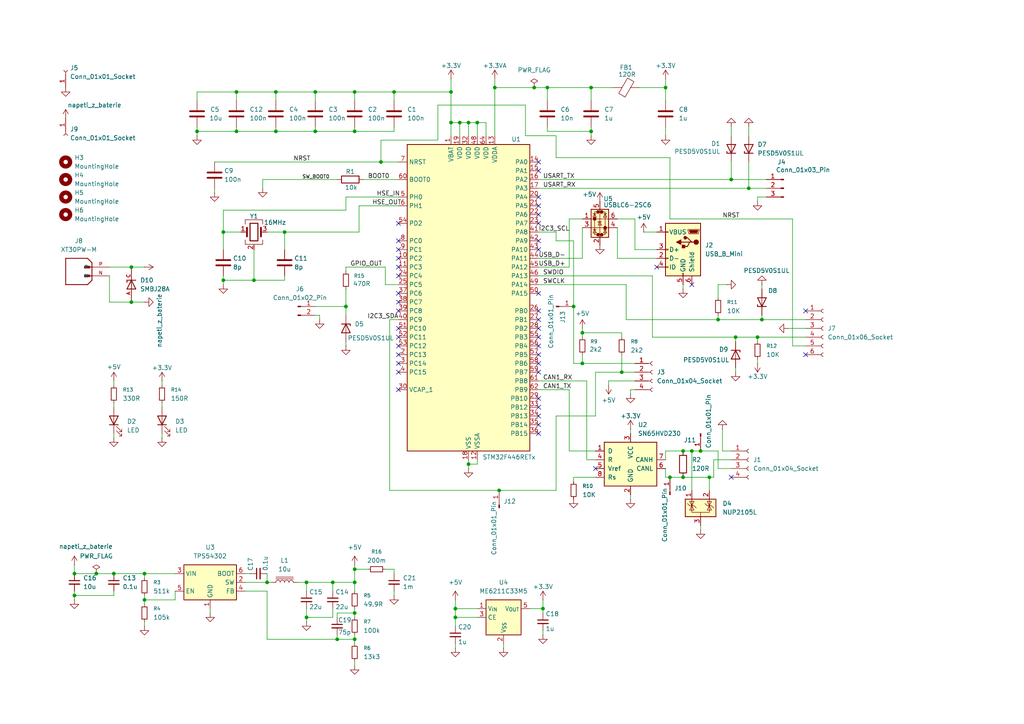
<source format=kicad_sch>
(kicad_sch (version 20250114) (generator "eeschema") (generator_version "9.0")
  (paper "A4")
  (junction (at 219.71 97.79))
  (junction (at 38.1 77.47))
  (junction (at 171.45 25.4))
  (junction (at 198.12 130.81))
  (junction (at 21.59 172.72))
  (junction (at 21.59 166.37))
  (junction (at 68.58 26.67))
  (junction (at 158.75 25.4))
  (junction (at 91.44 26.67))
  (junction (at 88.9 168.91))
  (junction (at 132.08 179.07))
  (junction (at 220.98 92.71))
  (junction (at 154.94 25.4))
  (junction (at 38.1 87.63))
  (junction (at 64.77 81.28))
  (junction (at 203.2 130.81))
  (junction (at 82.55 67.31))
  (junction (at 143.51 25.4))
  (junction (at 73.66 81.28))
  (junction (at 130.81 35.56))
  (junction (at 217.17 54.61))
  (junction (at 194.31 138.43))
  (junction (at 168.91 96.52))
  (junction (at 133.35 35.56))
  (junction (at 102.87 185.42))
  (junction (at 180.34 107.95))
  (junction (at 110.49 46.99))
  (junction (at 96.52 168.91))
  (junction (at 212.09 52.07))
  (junction (at 97.79 185.42))
  (junction (at 144.78 142.24))
  (junction (at 77.47 168.91))
  (junction (at 88.9 179.07))
  (junction (at 157.48 176.53))
  (junction (at 208.28 92.71))
  (junction (at 102.87 38.1))
  (junction (at 198.12 138.43))
  (junction (at 102.87 168.91))
  (junction (at 80.01 26.67))
  (junction (at 114.3 26.67))
  (junction (at 205.74 138.43))
  (junction (at 80.01 38.1))
  (junction (at 193.04 25.4))
  (junction (at 41.91 173.99))
  (junction (at 130.81 26.67))
  (junction (at 102.87 177.8))
  (junction (at 200.66 130.81))
  (junction (at 27.94 166.37))
  (junction (at 135.89 134.62))
  (junction (at 57.15 38.1))
  (junction (at 166.37 88.9))
  (junction (at 135.89 35.56))
  (junction (at 138.43 35.56))
  (junction (at 68.58 38.1))
  (junction (at 102.87 26.67))
  (junction (at 168.91 105.41))
  (junction (at 91.44 38.1))
  (junction (at 102.87 165.1))
  (junction (at 100.33 88.9))
  (junction (at 33.02 166.37))
  (junction (at 213.36 97.79))
  (junction (at 64.77 67.31))
  (junction (at 41.91 166.37))
  (junction (at 132.08 176.53))
  (junction (at 171.45 38.1))
  (no_connect (at 156.21 120.65))
  (no_connect (at 156.21 97.79))
  (no_connect (at 156.21 105.41))
  (no_connect (at 115.57 87.63))
  (no_connect (at 233.68 102.87))
  (no_connect (at 156.21 64.77))
  (no_connect (at 156.21 125.73))
  (no_connect (at 115.57 80.01))
  (no_connect (at 233.68 90.17))
  (no_connect (at 115.57 77.47))
  (no_connect (at 200.66 82.55))
  (no_connect (at 156.21 59.69))
  (no_connect (at 156.21 90.17))
  (no_connect (at 156.21 49.53))
  (no_connect (at 156.21 95.25))
  (no_connect (at 115.57 105.41))
  (no_connect (at 156.21 85.09))
  (no_connect (at 156.21 92.71))
  (no_connect (at 156.21 115.57))
  (no_connect (at 156.21 123.19))
  (no_connect (at 156.21 72.39))
  (no_connect (at 212.09 138.43))
  (no_connect (at 156.21 102.87))
  (no_connect (at 115.57 64.77))
  (no_connect (at 115.57 95.25))
  (no_connect (at 156.21 100.33))
  (no_connect (at 172.72 135.89))
  (no_connect (at 156.21 57.15))
  (no_connect (at 156.21 118.11))
  (no_connect (at 190.5 77.47))
  (no_connect (at 115.57 85.09))
  (no_connect (at 156.21 62.23))
  (no_connect (at 115.57 100.33))
  (no_connect (at 156.21 107.95))
  (no_connect (at 115.57 69.85))
  (no_connect (at 115.57 107.95))
  (no_connect (at 156.21 46.99))
  (no_connect (at 115.57 90.17))
  (no_connect (at 115.57 97.79))
  (no_connect (at 115.57 102.87))
  (no_connect (at 115.57 72.39))
  (no_connect (at 156.21 69.85))
  (no_connect (at 115.57 113.03))
  (no_connect (at 115.57 74.93))
  (wire (pts (xy 68.58 36.83) (xy 68.58 38.1)))
  (wire (pts (xy 165.1 130.81) (xy 172.72 130.81)))
  (wire (pts (xy 110.49 40.64) (xy 110.49 46.99)))
  (wire (pts (xy 64.77 81.28) (xy 73.66 81.28)))
  (wire (pts (xy 82.55 81.28) (xy 82.55 80.01)))
  (wire (pts (xy 209.55 130.81) (xy 212.09 130.81)))
  (wire (pts (xy 111.76 165.1) (xy 114.3 165.1)))
  (wire (pts (xy 102.87 165.1) (xy 102.87 168.91)))
  (wire (pts (xy 182.88 113.03) (xy 184.15 113.03)))
  (wire (pts (xy 168.91 102.87) (xy 168.91 105.41)))
  (wire (pts (xy 217.17 46.99) (xy 217.17 54.61)))
  (wire (pts (xy 41.91 173.99) (xy 50.8 173.99)))
  (wire (pts (xy 170.18 133.35) (xy 172.72 133.35)))
  (wire (pts (xy 193.04 36.83) (xy 193.04 39.37)))
  (wire (pts (xy 102.87 165.1) (xy 106.68 165.1)))
  (wire (pts (xy 198.12 82.55) (xy 198.12 83.82)))
  (wire (pts (xy 161.29 39.37) (xy 152.4 39.37)))
  (wire (pts (xy 205.74 138.43) (xy 198.12 138.43)))
  (wire (pts (xy 182.88 143.51) (xy 182.88 144.78)))
  (wire (pts (xy 208.28 92.71) (xy 220.98 92.71)))
  (wire (pts (xy 180.34 107.95) (xy 184.15 107.95)))
  (wire (pts (xy 158.75 25.4) (xy 171.45 25.4)))
  (wire (pts (xy 133.35 35.56) (xy 133.35 39.37)))
  (wire (pts (xy 165.1 113.03) (xy 165.1 130.81)))
  (wire (pts (xy 33.02 116.84) (xy 33.02 118.11)))
  (wire (pts (xy 21.59 172.72) (xy 21.59 171.45)))
  (wire (pts (xy 100.33 60.96) (xy 100.33 57.15)))
  (wire (pts (xy 33.02 125.73) (xy 33.02 127)))
  (wire (pts (xy 165.1 77.47) (xy 156.21 77.47)))
  (wire (pts (xy 207.01 133.35) (xy 207.01 138.43)))
  (wire (pts (xy 208.28 86.36) (xy 208.28 82.55)))
  (wire (pts (xy 161.29 45.72) (xy 161.29 39.37)))
  (wire (pts (xy 166.37 69.85) (xy 166.37 88.9)))
  (wire (pts (xy 135.89 135.89) (xy 135.89 134.62)))
  (wire (pts (xy 189.23 80.01) (xy 189.23 97.79)))
  (wire (pts (xy 171.45 36.83) (xy 171.45 38.1)))
  (wire (pts (xy 212.09 36.83) (xy 212.09 39.37)))
  (wire (pts (xy 64.77 72.39) (xy 64.77 67.31)))
  (wire (pts (xy 97.79 177.8) (xy 102.87 177.8)))
  (wire (pts (xy 161.29 67.31) (xy 161.29 69.85)))
  (wire (pts (xy 100.33 88.9) (xy 100.33 91.44)))
  (wire (pts (xy 172.72 107.95) (xy 180.34 107.95)))
  (wire (pts (xy 88.9 168.91) (xy 96.52 168.91)))
  (wire (pts (xy 77.47 171.45) (xy 71.12 171.45)))
  (wire (pts (xy 220.98 91.44) (xy 220.98 92.71)))
  (wire (pts (xy 219.71 97.79) (xy 219.71 99.06)))
  (wire (pts (xy 38.1 87.63) (xy 41.91 87.63)))
  (wire (pts (xy 100.33 99.06) (xy 100.33 100.33)))
  (wire (pts (xy 80.01 36.83) (xy 80.01 38.1)))
  (wire (pts (xy 33.02 172.72) (xy 21.59 172.72)))
  (wire (pts (xy 100.33 77.47) (xy 111.76 77.47)))
  (wire (pts (xy 80.01 38.1) (xy 91.44 38.1)))
  (wire (pts (xy 111.76 82.55) (xy 115.57 82.55)))
  (wire (pts (xy 68.58 38.1) (xy 80.01 38.1)))
  (wire (pts (xy 97.79 185.42) (xy 77.47 185.42)))
  (wire (pts (xy 132.08 181.61) (xy 132.08 179.07)))
  (wire (pts (xy 97.79 184.15) (xy 97.79 185.42)))
  (wire (pts (xy 152.4 30.48) (xy 127 30.48)))
  (wire (pts (xy 209.55 130.81) (xy 209.55 124.46)))
  (wire (pts (xy 220.98 92.71) (xy 233.68 92.71)))
  (wire (pts (xy 68.58 26.67) (xy 68.58 29.21)))
  (wire (pts (xy 203.2 130.81) (xy 200.66 130.81)))
  (wire (pts (xy 161.29 69.85) (xy 166.37 69.85)))
  (wire (pts (xy 82.55 67.31) (xy 104.14 67.31)))
  (wire (pts (xy 76.2 52.07) (xy 76.2 54.61)))
  (wire (pts (xy 181.61 92.71) (xy 208.28 92.71)))
  (wire (pts (xy 57.15 29.21) (xy 57.15 26.67)))
  (wire (pts (xy 217.17 54.61) (xy 222.25 54.61)))
  (wire (pts (xy 205.74 138.43) (xy 205.74 142.24)))
  (wire (pts (xy 41.91 167.64) (xy 41.91 166.37)))
  (wire (pts (xy 168.91 74.93) (xy 156.21 74.93)))
  (wire (pts (xy 193.04 138.43) (xy 194.31 138.43)))
  (wire (pts (xy 156.21 52.07) (xy 212.09 52.07)))
  (wire (pts (xy 100.33 78.74) (xy 100.33 77.47)))
  (wire (pts (xy 69.85 67.31) (xy 64.77 67.31)))
  (wire (pts (xy 77.47 185.42) (xy 77.47 171.45)))
  (wire (pts (xy 102.87 191.77) (xy 102.87 193.04)))
  (wire (pts (xy 71.12 166.37) (xy 72.39 166.37)))
  (wire (pts (xy 156.21 80.01) (xy 189.23 80.01)))
  (wire (pts (xy 80.01 26.67) (xy 80.01 29.21)))
  (wire (pts (xy 102.87 176.53) (xy 102.87 177.8)))
  (wire (pts (xy 161.29 120.65) (xy 172.72 120.65)))
  (wire (pts (xy 46.99 110.49) (xy 46.99 111.76)))
  (wire (pts (xy 114.3 171.45) (xy 114.3 172.72)))
  (wire (pts (xy 50.8 173.99) (xy 50.8 171.45)))
  (wire (pts (xy 158.75 25.4) (xy 158.75 29.21)))
  (wire (pts (xy 193.04 135.89) (xy 193.04 138.43)))
  (wire (pts (xy 104.14 67.31) (xy 104.14 59.69)))
  (wire (pts (xy 138.43 134.62) (xy 135.89 134.62)))
  (wire (pts (xy 57.15 38.1) (xy 57.15 39.37)))
  (wire (pts (xy 127 40.64) (xy 110.49 40.64)))
  (wire (pts (xy 132.08 186.69) (xy 132.08 187.96)))
  (wire (pts (xy 208.28 130.81) (xy 203.2 130.81)))
  (wire (pts (xy 171.45 25.4) (xy 171.45 29.21)))
  (wire (pts (xy 105.41 52.07) (xy 115.57 52.07)))
  (wire (pts (xy 31.75 77.47) (xy 38.1 77.47)))
  (wire (pts (xy 166.37 88.9) (xy 166.37 105.41)))
  (wire (pts (xy 165.1 63.5) (xy 165.1 77.47)))
  (wire (pts (xy 68.58 26.67) (xy 80.01 26.67)))
  (wire (pts (xy 33.02 110.49) (xy 33.02 111.76)))
  (wire (pts (xy 88.9 179.07) (xy 88.9 176.53)))
  (wire (pts (xy 213.36 106.68) (xy 213.36 107.95)))
  (wire (pts (xy 143.51 22.86) (xy 143.51 25.4)))
  (wire (pts (xy 138.43 133.35) (xy 138.43 134.62)))
  (wire (pts (xy 219.71 57.15) (xy 222.25 57.15)))
  (wire (pts (xy 157.48 173.99) (xy 157.48 176.53)))
  (wire (pts (xy 194.31 63.5) (xy 194.31 45.72)))
  (wire (pts (xy 135.89 35.56) (xy 133.35 35.56)))
  (wire (pts (xy 180.34 97.79) (xy 180.34 96.52)))
  (wire (pts (xy 38.1 77.47) (xy 41.91 77.47)))
  (wire (pts (xy 102.87 168.91) (xy 102.87 171.45)))
  (wire (pts (xy 91.44 38.1) (xy 102.87 38.1)))
  (wire (pts (xy 76.2 52.07) (xy 97.79 52.07)))
  (wire (pts (xy 166.37 139.7) (xy 166.37 138.43)))
  (wire (pts (xy 157.48 182.88) (xy 157.48 184.15)))
  (wire (pts (xy 143.51 25.4) (xy 143.51 39.37)))
  (wire (pts (xy 171.45 25.4) (xy 177.8 25.4)))
  (wire (pts (xy 193.04 25.4) (xy 193.04 29.21)))
  (wire (pts (xy 104.14 59.69) (xy 115.57 59.69)))
  (wire (pts (xy 166.37 105.41) (xy 168.91 105.41)))
  (wire (pts (xy 132.08 176.53) (xy 138.43 176.53)))
  (wire (pts (xy 233.68 100.33) (xy 229.87 100.33)))
  (wire (pts (xy 135.89 133.35) (xy 135.89 134.62)))
  (wire (pts (xy 130.81 35.56) (xy 130.81 39.37)))
  (wire (pts (xy 92.71 92.71) (xy 92.71 91.44)))
  (wire (pts (xy 161.29 142.24) (xy 161.29 120.65)))
  (wire (pts (xy 168.91 95.25) (xy 168.91 96.52)))
  (wire (pts (xy 31.75 80.01) (xy 31.75 87.63)))
  (wire (pts (xy 102.87 26.67) (xy 102.87 29.21)))
  (wire (pts (xy 152.4 39.37) (xy 152.4 30.48)))
  (wire (pts (xy 172.72 120.65) (xy 172.72 107.95)))
  (wire (pts (xy 102.87 26.67) (xy 114.3 26.67)))
  (wire (pts (xy 207.01 138.43) (xy 205.74 138.43)))
  (wire (pts (xy 102.87 163.83) (xy 102.87 165.1)))
  (wire (pts (xy 138.43 35.56) (xy 135.89 35.56)))
  (wire (pts (xy 31.75 87.63) (xy 38.1 87.63)))
  (wire (pts (xy 179.07 63.5) (xy 184.15 63.5)))
  (wire (pts (xy 62.23 46.99) (xy 110.49 46.99)))
  (wire (pts (xy 217.17 36.83) (xy 217.17 39.37)))
  (wire (pts (xy 130.81 26.67) (xy 130.81 35.56)))
  (wire (pts (xy 88.9 168.91) (xy 88.9 171.45)))
  (wire (pts (xy 168.91 96.52) (xy 168.91 97.79)))
  (wire (pts (xy 170.18 110.49) (xy 170.18 133.35)))
  (wire (pts (xy 190.5 74.93) (xy 179.07 74.93)))
  (wire (pts (xy 33.02 171.45) (xy 33.02 172.72)))
  (wire (pts (xy 113.03 92.71) (xy 113.03 142.24)))
  (wire (pts (xy 57.15 38.1) (xy 68.58 38.1)))
  (wire (pts (xy 144.78 142.24) (xy 161.29 142.24)))
  (wire (pts (xy 102.87 177.8) (xy 102.87 179.07)))
  (wire (pts (xy 41.91 166.37) (xy 50.8 166.37)))
  (wire (pts (xy 143.51 25.4) (xy 154.94 25.4)))
  (wire (pts (xy 208.28 135.89) (xy 212.09 135.89)))
  (wire (pts (xy 21.59 166.37) (xy 27.94 166.37)))
  (wire (pts (xy 189.23 97.79) (xy 213.36 97.79)))
  (wire (pts (xy 208.28 91.44) (xy 208.28 92.71)))
  (wire (pts (xy 220.98 82.55) (xy 220.98 83.82)))
  (wire (pts (xy 92.71 91.44) (xy 91.44 91.44)))
  (wire (pts (xy 171.45 38.1) (xy 171.45 39.37)))
  (wire (pts (xy 193.04 22.86) (xy 193.04 25.4)))
  (wire (pts (xy 193.04 130.81) (xy 198.12 130.81)))
  (wire (pts (xy 102.87 38.1) (xy 114.3 38.1)))
  (wire (pts (xy 179.07 74.93) (xy 179.07 66.04)))
  (wire (pts (xy 46.99 116.84) (xy 46.99 118.11)))
  (wire (pts (xy 190.5 67.31) (xy 186.69 67.31)))
  (wire (pts (xy 60.96 177.8) (xy 60.96 176.53)))
  (wire (pts (xy 229.87 100.33) (xy 229.87 63.5)))
  (wire (pts (xy 182.88 124.46) (xy 182.88 125.73)))
  (wire (pts (xy 80.01 26.67) (xy 91.44 26.67)))
  (wire (pts (xy 132.08 179.07) (xy 138.43 179.07)))
  (wire (pts (xy 132.08 173.99) (xy 132.08 176.53)))
  (wire (pts (xy 180.34 102.87) (xy 180.34 107.95)))
  (wire (pts (xy 194.31 138.43) (xy 198.12 138.43)))
  (wire (pts (xy 200.66 130.81) (xy 198.12 130.81)))
  (wire (pts (xy 153.67 176.53) (xy 157.48 176.53)))
  (wire (pts (xy 165.1 113.03) (xy 156.21 113.03)))
  (wire (pts (xy 154.94 25.4) (xy 158.75 25.4)))
  (wire (pts (xy 200.66 130.81) (xy 200.66 142.24)))
  (wire (pts (xy 229.87 63.5) (xy 194.31 63.5)))
  (wire (pts (xy 100.33 57.15) (xy 115.57 57.15)))
  (wire (pts (xy 158.75 36.83) (xy 158.75 38.1)))
  (wire (pts (xy 97.79 179.07) (xy 97.79 177.8)))
  (wire (pts (xy 71.12 168.91) (xy 77.47 168.91)))
  (wire (pts (xy 181.61 82.55) (xy 181.61 92.71)))
  (wire (pts (xy 135.89 35.56) (xy 135.89 39.37)))
  (wire (pts (xy 228.6 95.25) (xy 233.68 95.25)))
  (wire (pts (xy 203.2 152.4) (xy 203.2 153.67)))
  (wire (pts (xy 194.31 45.72) (xy 161.29 45.72)))
  (wire (pts (xy 166.37 138.43) (xy 172.72 138.43)))
  (wire (pts (xy 219.71 104.14) (xy 219.71 105.41)))
  (wire (pts (xy 115.57 92.71) (xy 113.03 92.71)))
  (wire (pts (xy 168.91 63.5) (xy 165.1 63.5)))
  (wire (pts (xy 102.87 185.42) (xy 102.87 186.69)))
  (wire (pts (xy 86.36 168.91) (xy 88.9 168.91)))
  (wire (pts (xy 102.87 184.15) (xy 102.87 185.42)))
  (wire (pts (xy 64.77 81.28) (xy 64.77 82.55)))
  (wire (pts (xy 138.43 35.56) (xy 138.43 39.37)))
  (wire (pts (xy 184.15 63.5) (xy 184.15 72.39)))
  (wire (pts (xy 57.15 36.83) (xy 57.15 38.1)))
  (wire (pts (xy 27.94 166.37) (xy 33.02 166.37)))
  (wire (pts (xy 113.03 142.24) (xy 144.78 142.24)))
  (wire (pts (xy 133.35 35.56) (xy 130.81 35.56)))
  (wire (pts (xy 96.52 179.07) (xy 88.9 179.07)))
  (wire (pts (xy 212.09 52.07) (xy 222.25 52.07)))
  (wire (pts (xy 57.15 26.67) (xy 68.58 26.67)))
  (wire (pts (xy 21.59 172.72) (xy 21.59 173.99)))
  (wire (pts (xy 140.97 35.56) (xy 138.43 35.56)))
  (wire (pts (xy 156.21 82.55) (xy 181.61 82.55)))
  (wire (pts (xy 168.91 96.52) (xy 180.34 96.52)))
  (wire (pts (xy 140.97 39.37) (xy 140.97 35.56)))
  (wire (pts (xy 41.91 181.61) (xy 41.91 180.34)))
  (wire (pts (xy 96.52 176.53) (xy 96.52 179.07)))
  (wire (pts (xy 33.02 166.37) (xy 41.91 166.37)))
  (wire (pts (xy 168.91 105.41) (xy 184.15 105.41)))
  (wire (pts (xy 64.77 67.31) (xy 64.77 60.96)))
  (wire (pts (xy 208.28 82.55) (xy 210.82 82.55)))
  (wire (pts (xy 176.53 111.76) (xy 176.53 110.49)))
  (wire (pts (xy 111.76 77.47) (xy 111.76 82.55)))
  (wire (pts (xy 102.87 36.83) (xy 102.87 38.1)))
  (wire (pts (xy 185.42 25.4) (xy 193.04 25.4)))
  (wire (pts (xy 82.55 67.31) (xy 82.55 72.39)))
  (wire (pts (xy 91.44 88.9) (xy 100.33 88.9)))
  (wire (pts (xy 132.08 179.07) (xy 132.08 176.53)))
  (wire (pts (xy 130.81 22.86) (xy 130.81 26.67)))
  (wire (pts (xy 64.77 60.96) (xy 100.33 60.96)))
  (wire (pts (xy 21.59 163.83) (xy 21.59 166.37)))
  (wire (pts (xy 91.44 36.83) (xy 91.44 38.1)))
  (wire (pts (xy 46.99 125.73) (xy 46.99 127)))
  (wire (pts (xy 182.88 114.3) (xy 182.88 113.03)))
  (wire (pts (xy 88.9 180.34) (xy 88.9 179.07)))
  (wire (pts (xy 102.87 185.42) (xy 97.79 185.42)))
  (wire (pts (xy 91.44 26.67) (xy 102.87 26.67)))
  (wire (pts (xy 219.71 58.42) (xy 219.71 57.15)))
  (wire (pts (xy 77.47 168.91) (xy 78.74 168.91)))
  (wire (pts (xy 73.66 72.39) (xy 73.66 81.28)))
  (wire (pts (xy 41.91 173.99) (xy 41.91 175.26)))
  (wire (pts (xy 100.33 88.9) (xy 100.33 83.82)))
  (wire (pts (xy 156.21 110.49) (xy 170.18 110.49)))
  (wire (pts (xy 158.75 38.1) (xy 171.45 38.1)))
  (wire (pts (xy 157.48 176.53) (xy 157.48 177.8)))
  (wire (pts (xy 64.77 80.01) (xy 64.77 81.28)))
  (wire (pts (xy 77.47 67.31) (xy 82.55 67.31)))
  (wire (pts (xy 114.3 26.67) (xy 114.3 29.21)))
  (wire (pts (xy 184.15 72.39) (xy 190.5 72.39)))
  (wire (pts (xy 114.3 26.67) (xy 130.81 26.67)))
  (wire (pts (xy 213.36 97.79) (xy 219.71 97.79)))
  (wire (pts (xy 127 30.48) (xy 127 40.64)))
  (wire (pts (xy 219.71 97.79) (xy 233.68 97.79)))
  (wire (pts (xy 96.52 168.91) (xy 102.87 168.91)))
  (wire (pts (xy 77.47 166.37) (xy 77.47 168.91)))
  (wire (pts (xy 146.05 186.69) (xy 146.05 187.96)))
  (wire (pts (xy 193.04 133.35) (xy 193.04 130.81)))
  (wire (pts (xy 168.91 66.04) (xy 168.91 74.93)))
  (wire (pts (xy 212.09 46.99) (xy 212.09 52.07)))
  (wire (pts (xy 73.66 81.28) (xy 82.55 81.28)))
  (wire (pts (xy 156.21 54.61) (xy 217.17 54.61)))
  (wire (pts (xy 62.23 54.61) (xy 62.23 55.88)))
  (wire (pts (xy 176.53 110.49) (xy 184.15 110.49)))
  (wire (pts (xy 110.49 46.99) (xy 115.57 46.99)))
  (wire (pts (xy 91.44 26.67) (xy 91.44 29.21)))
  (wire (pts (xy 208.28 130.81) (xy 208.28 135.89)))
  (wire (pts (xy 114.3 166.37) (xy 114.3 165.1)))
  (wire (pts (xy 41.91 173.99) (xy 41.91 172.72)))
  (wire (pts (xy 156.21 67.31) (xy 161.29 67.31)))
  (wire (pts (xy 114.3 38.1) (xy 114.3 36.83)))
  (wire (pts (xy 96.52 171.45) (xy 96.52 168.91)))
  (wire (pts (xy 213.36 97.79) (xy 213.36 99.06)))
  (wire (pts (xy 212.09 133.35) (xy 207.01 133.35)))
  (label "I2C3_SDA" (at 115.57 92.71 180))
  (label "BOOT0" (at 106.68 52.07 0))
  (label "HSE_OUT" (at 107.95 59.69 0))
  (label "USB_D+" (at 156.21 77.47 0))
  (label "SWCLK" (at 157.48 82.55 0))
  (label "GPIO_OUT" (at 101.6 77.47 0))
  (label "NRST" (at 209.55 63.5 0))
  (label "USART_RX" (at 157.48 54.61 0))
  (label "SWDIO" (at 157.48 80.01 0))
  (label "USB_D-" (at 156.21 74.93 0))
  (label "CAN1_RX" (at 157.48 110.49 0))
  (label "USART_TX" (at 157.48 52.07 0))
  (label "I2C3_SCL" (at 156.21 67.31 0))
  (label "SW_BOOT0" (at 87.63 52.07 0) (effects (font (size 1.016 1.016))))
  (label "HSE_IN" (at 109.22 57.15 0))
  (label "CAN1_TX" (at 157.48 113.03 0))
  (label "NRST" (at 85.09 46.99 0))
  (symbol (lib_id "power:GND") (at 182.88 144.78 0) (unit 1)
    (property "Reference" "#PWR029" (effects (hide yes)))
    (property "Value" "GND" (effects (hide yes)))
    (property "Description" "Power symbol creates a global label with name \"GND\" , ground" (effects (hide yes)))
  )
  (symbol (lib_id "power:GND") (at 41.91 181.61 0) (unit 1)
    (property "Reference" "#PWR018" (effects (hide yes)))
    (property "Value" "GND" (effects (hide yes)))
    (property "Description" "Power symbol creates a global label with name \"GND\" , ground" (effects (hide yes)))
  )
  (symbol (lib_id "Device:R_Small") (at 102.87 173.99 0) (unit 1)
    (property "Reference" "R5" (at 105.41 172.7199 0) (effects (font (size 1.016 1.016)) (justify left)))
    (property "Value" "49.9R" (at 105.41 175.2599 0) (effects (justify left)))
    (property "Footprint" "Resistor_SMD:R_0603_1608Metric" (effects (hide yes)))
    (property "Description" "Resistor, small symbol" (effects (hide yes)))
  )
  (symbol (lib_id "Device:C_Small") (at 132.08 184.15 0) (unit 1)
    (property "Reference" "C20" (at 132.842 181.864 0) (effects (justify left)))
    (property "Value" "1u" (at 132.842 186.182 0) (effects (justify left)))
    (property "Footprint" "Capacitor_SMD:C_0603_1608Metric" (effects (hide yes)))
    (property "Description" "Unpolarized capacitor, small symbol" (effects (hide yes)))
  )
  (symbol (lib_id "power:+5V") (at 176.53 111.76 0) (mirror x) (unit 1)
    (property "Reference" "#PWR027" (effects (hide yes)))
    (property "Value" "+5V" (at 176.53 116.078 0))
    (property "Description" "Power symbol creates a global label with name \"+5V\"" (effects (hide yes)))
  )
  (symbol (lib_id "Connector:Conn_01x01_Pin") (at 144.78 147.32 90) (unit 1)
    (property "Reference" "J12" (at 146.05 145.4149 90) (effects (justify right)))
    (property "Value" "Conn_01x01_Pin" (at 143.256 145.288 0) (effects (justify right)))
    (property "Footprint" "Moje_soucastky:Test_point" (effects (hide yes)))
    (property "Description" "Generic connector, single row, 01x01, script generated" (effects (hide yes)))
  )
  (symbol (lib_id "Device:R_Small") (at 100.33 81.28 0) (unit 1)
    (property "Reference" "R15" (at 102.616 80.01 0) (effects (font (size 1.016 1.016)) (justify left)))
    (property "Value" "470R" (at 102.362 82.296 0) (effects (justify left)))
    (property "Footprint" "Resistor_SMD:R_0603_1608Metric" (effects (hide yes)))
    (property "Description" "Resistor, small symbol" (effects (hide yes)))
  )
  (symbol (lib_id "power:GND") (at 60.96 177.8 0) (unit 1)
    (property "Reference" "#PWR017" (effects (hide yes)))
    (property "Value" "GND" (effects (hide yes)))
    (property "Description" "Power symbol creates a global label with name \"GND\" , ground" (effects (hide yes)))
  )
  (symbol (lib_id "Device:FerriteBead") (at 181.61 25.4 270) (unit 1)
    (property "Reference" "FB1" (at 181.61 19.558 90))
    (property "Value" "120R" (at 181.864 21.59 90))
    (property "Footprint" "Inductor_SMD:L_0603_1608Metric" (effects (hide yes)))
    (property "Description" "Ferrite bead" (effects (hide yes)))
  )
  (symbol (lib_id "Device:R") (at 198.12 134.62 0) (unit 1)
    (property "Reference" "R2" (at 200.66 133.3499 0) (effects (justify left)))
    (property "Value" "120R" (at 200.66 135.8899 0) (effects (justify left)))
    (property "Footprint" "Resistor_SMD:R_0603_1608Metric" (effects (hide yes)))
    (property "Description" "Resistor" (effects (hide yes)))
  )
  (symbol (lib_id "power:GND") (at 198.12 83.82 0) (unit 1)
    (property "Reference" "#PWR012" (effects (hide yes)))
    (property "Value" "GND" (effects (hide yes)))
    (property "Description" "Power symbol creates a global label with name \"GND\" , ground" (effects (hide yes)))
  )
  (symbol (lib_id "power:+3.3V") (at 182.88 124.46 0) (unit 1)
    (property "Reference" "#PWR030" (effects (hide yes)))
    (property "Value" "+3.3V" (at 182.88 120.65 0))
    (property "Description" "Power symbol creates a global label with name \"+3.3V\"" (effects (hide yes)))
  )
  (symbol (lib_id "power:GND") (at 64.77 82.55 0) (unit 1)
    (property "Reference" "#PWR011" (effects (hide yes)))
    (property "Value" "GND" (effects (hide yes)))
    (property "Description" "Power symbol creates a global label with name \"GND\" , ground" (effects (hide yes)))
  )
  (symbol (lib_id "Regulator_Linear:ME6211C33M5") (at 146.05 179.07 0) (unit 1)
    (property "Reference" "U4" (at 146.05 168.91 0))
    (property "Value" "ME6211C33M5" (at 146.05 171.45 0))
    (property "Footprint" "Package_TO_SOT_SMD:SOT-23-5" (effects (hide yes)))
    (property "Datasheet" "https://www.lcsc.com/datasheet/lcsc_datasheet_2304140030_MICRONE-Nanjing-Micro-One-Elec-ME6211C33R5G_C235316.pdf" (effects (hide yes)))
    (property "Description" "500mA low dropout linear regulator, shutdown pin, 6.5V max input voltage, 3.3V fixed positive output, SOT-23-5" (effects (hide yes)))
  )
  (symbol (lib_id "Device:R_Small") (at 41.91 170.18 0) (unit 1)
    (property "Reference" "R3" (at 44.45 168.9099 0) (effects (font (size 1.016 1.016)) (justify left)))
    (property "Value" "511k" (at 44.45 171.4499 0) (effects (justify left)))
    (property "Footprint" "Resistor_SMD:R_0603_1608Metric" (effects (hide yes)))
    (property "Description" "Resistor, small symbol" (effects (hide yes)))
  )
  (symbol (lib_id "power:GND") (at 41.91 87.63 90) (unit 1)
    (property "Reference" "#PWR054" (effects (hide yes)))
    (property "Value" "GND" (effects (hide yes)))
    (property "Description" "Power symbol creates a global label with name \"GND\" , ground" (effects (hide yes)))
  )
  (symbol (lib_id "power:GND") (at 193.04 39.37 0) (unit 1)
    (property "Reference" "#PWR05" (effects (hide yes)))
    (property "Value" "GND" (effects (hide yes)))
    (property "Description" "Power symbol creates a global label with name \"GND\" , ground" (effects (hide yes)))
  )
  (symbol (lib_id "Interface_CAN_LIN:SN65HVD230") (at 182.88 133.35 0) (unit 1)
    (property "Reference" "U2" (at 185.0233 123.19 0) (effects (justify left)))
    (property "Value" "SN65HVD230" (at 185.0233 125.73 0) (effects (justify left)))
    (property "Footprint" "Package_SO:SOIC-8_3.9x4.9mm_P1.27mm" (effects (hide yes)))
    (property "Datasheet" "http://www.ti.com/lit/ds/symlink/sn65hvd230.pdf" (effects (hide yes)))
    (property "Description" "CAN Bus Transceivers, 3.3V, 1Mbps, Low-Power capabilities, SOIC-8" (effects (hide yes)))
  )
  (symbol (lib_id "power:GND") (at 173.99 71.12 0) (unit 1)
    (property "Reference" "#PWR010" (effects (hide yes)))
    (property "Value" "GND" (effects (hide yes)))
    (property "Description" "Power symbol creates a global label with name \"GND\" , ground" (effects (hide yes)))
  )
  (symbol (lib_id "Device:R_Small") (at 219.71 101.6 0) (unit 1)
    (property "Reference" "R12" (at 222.25 100.3299 0) (effects (font (size 1.016 1.016)) (justify left)))
    (property "Value" "10K" (at 222.25 102.8699 0) (effects (justify left)))
    (property "Footprint" "Resistor_SMD:R_0603_1608Metric" (effects (hide yes)))
    (property "Description" "Resistor, small symbol" (effects (hide yes)))
  )
  (symbol (lib_id "Device:C_Small") (at 96.52 173.99 0) (unit 1)
    (property "Reference" "C14" (at 97.282 171.704 0) (effects (justify left)))
    (property "Value" "22u" (at 97.282 176.022 0) (effects (justify left)))
    (property "Footprint" "Capacitor_SMD:C_0805_2012Metric" (effects (hide yes)))
    (property "Description" "Unpolarized capacitor, small symbol" (effects (hide yes)))
  )
  (symbol (lib_id "power:+3.3VA") (at 143.51 22.86 0) (unit 1)
    (property "Reference" "#PWR06" (effects (hide yes)))
    (property "Value" "+3.3VA" (at 143.51 19.05 0))
    (property "Description" "Power symbol creates a global label with name \"+3.3VA\"" (effects (hide yes)))
  )
  (symbol (lib_id "Regulator_Switching:TPS54302") (at 60.96 168.91 0) (unit 1)
    (property "Reference" "U3" (at 60.96 158.75 0))
    (property "Value" "TPS54302" (at 60.96 161.29 0))
    (property "Footprint" "Package_TO_SOT_SMD:SOT-23-6" (effects (hide yes)))
    (property "Datasheet" "http://www.ti.com/lit/ds/symlink/tps54302.pdf" (effects (hide yes)))
    (property "Description" "3A, 4.5 to 28V Input, EMI Friendly integrated switch synchronous step-down regulator, pulse-skipping, SOT-23-6" (effects (hide yes)))
  )
  (symbol (lib_id "power:+5V") (at 19.05 34.29 0) (unit 1)
    (property "Reference" "#PWR052" (effects (hide yes)))
    (property "Value" "napeti_z_baterie" (at 27.432 30.48 0))
    (property "Description" "Power symbol creates a global label with name \"+5V\"" (effects (hide yes)))
  )
  (symbol (lib_id "power:GND") (at 212.09 36.83 180) (unit 1)
    (property "Reference" "#PWR038" (effects (hide yes)))
    (property "Value" "GND" (effects (hide yes)))
    (property "Description" "Power symbol creates a global label with name \"GND\" , ground" (effects (hide yes)))
  )
  (symbol (lib_id "Diode:PESD5V0S1UL") (at 217.17 43.18 90) (unit 1)
    (property "Reference" "D7" (at 219.71 41.9099 90) (effects (justify right)))
    (property "Value" "PESD5V0S1UL" (at 219.71 44.4499 90) (effects (justify right)))
    (property "Footprint" "Diode_SMD:D_SOD-323" (effects (hide yes)))
    (property "Datasheet" "https://assets.nexperia.com/documents/data-sheet/PESD5V0S1UL.pdf" (effects (hide yes)))
    (property "Description" "Unidirectional ESD protection diode, 5V, SOD-882" (effects (hide yes)))
  )
  (symbol (lib_id "power:+5V") (at 168.91 95.25 0) (mirror y) (unit 1)
    (property "Reference" "#PWR049" (effects (hide yes)))
    (property "Value" "+5V" (at 168.91 90.932 0))
    (property "Description" "Power symbol creates a global label with name \"+5V\"" (effects (hide yes)))
  )
  (symbol (lib_id "Connector:Conn_01x04_Socket") (at 189.23 107.95 0) (unit 1)
    (property "Reference" "J3" (at 190.5 107.9499 0) (effects (justify left)))
    (property "Value" "Conn_01x04_Socket" (at 190.5 110.4899 0) (effects (justify left)))
    (property "Footprint" "SM04B-GHS-TB_LF__SN_-:JST_SM04B-GHS-TB_LF__SN_-" (effects (hide yes)))
    (property "Description" "Generic connector, single row, 01x04, script generated" (effects (hide yes)))
  )
  (symbol (lib_id "power:GND") (at 217.17 36.83 180) (unit 1)
    (property "Reference" "#PWR046" (effects (hide yes)))
    (property "Value" "GND" (effects (hide yes)))
    (property "Description" "Power symbol creates a global label with name \"GND\" , ground" (effects (hide yes)))
  )
  (symbol (lib_id "power:GND") (at 171.45 39.37 0) (unit 1)
    (property "Reference" "#PWR04" (effects (hide yes)))
    (property "Value" "GND" (effects (hide yes)))
    (property "Description" "Power symbol creates a global label with name \"GND\" , ground" (effects (hide yes)))
  )
  (symbol (lib_id "power:GND") (at 135.89 135.89 0) (unit 1)
    (property "Reference" "#PWR01" (effects (hide yes)))
    (property "Value" "GND" (effects (hide yes)))
    (property "Description" "Power symbol creates a global label with name \"GND\" , ground" (effects (hide yes)))
  )
  (symbol (lib_id "Device:C_Small") (at 21.59 168.91 0) (unit 1)
    (property "Reference" "C16" (at 24.13 167.6462 0) (effects (justify left)))
    (property "Value" "10u" (at 24.13 170.1862 0) (effects (justify left)))
    (property "Footprint" "Capacitor_SMD:C_0805_2012Metric" (effects (hide yes)))
    (property "Description" "Unpolarized capacitor, small symbol" (effects (hide yes)))
  )
  (symbol (lib_id "power:GND") (at 219.71 58.42 0) (unit 1)
    (property "Reference" "#PWR039" (effects (hide yes)))
    (property "Value" "GND" (effects (hide yes)))
    (property "Description" "Power symbol creates a global label with name \"GND\" , ground" (effects (hide yes)))
  )
  (symbol (lib_id "Device:R_Small") (at 208.28 88.9 0) (unit 1)
    (property "Reference" "R11" (at 210.82 87.6299 0) (effects (font (size 1.016 1.016)) (justify left)))
    (property "Value" "10K" (at 210.82 90.1699 0) (effects (justify left)))
    (property "Footprint" "Resistor_SMD:R_0603_1608Metric" (effects (hide yes)))
    (property "Description" "Resistor, small symbol" (effects (hide yes)))
  )
  (symbol (lib_id "power:+3.3V") (at 193.04 22.86 0) (unit 1)
    (property "Reference" "#PWR07" (effects (hide yes)))
    (property "Value" "+3.3V" (at 193.04 19.05 0))
    (property "Description" "Power symbol creates a global label with name \"+3.3V\"" (effects (hide yes)))
  )
  (symbol (lib_id "power:GND") (at 62.23 55.88 0) (unit 1)
    (property "Reference" "#PWR08" (effects (hide yes)))
    (property "Value" "GND" (effects (hide yes)))
    (property "Description" "Power symbol creates a global label with name \"GND\" , ground" (effects (hide yes)))
  )
  (symbol (lib_id "Connector:Conn_01x01_Socket") (at 19.05 39.37 270) (unit 1)
    (property "Reference" "J9" (at 20.32 37.4649 90) (effects (justify left)))
    (property "Value" "Conn_01x01_Socket" (at 20.32 40.0049 90) (effects (justify left)))
    (property "Footprint" "Moje_soucastky:ODrive_PAD" (effects (hide yes)))
    (property "Description" "Generic connector, single row, 01x01, script generated" (effects (hide yes)))
  )
  (symbol (lib_id "Connector:Conn_01x04_Socket") (at 217.17 133.35 0) (unit 1)
    (property "Reference" "J1" (at 218.44 133.3499 0) (effects (justify left)))
    (property "Value" "Conn_01x04_Socket" (at 218.44 135.8899 0) (effects (justify left)))
    (property "Footprint" "SM04B-GHS-TB_LF__SN_-:JST_SM04B-GHS-TB_LF__SN_-" (effects (hide yes)))
    (property "Description" "Generic connector, single row, 01x04, script generated" (effects (hide yes)))
  )
  (symbol (lib_id "Device:C") (at 64.77 76.2 0) (unit 1)
    (property "Reference" "C10" (at 67.564 74.93 0) (effects (justify left)))
    (property "Value" "8p" (at 67.564 77.47 0) (effects (justify left)))
    (property "Footprint" "Capacitor_SMD:C_0603_1608Metric" (effects (hide yes)))
    (property "Description" "Unpolarized capacitor" (effects (hide yes)))
  )
  (symbol (lib_id "power:GND") (at 92.71 92.71 0) (unit 1)
    (property "Reference" "#PWR044" (effects (hide yes)))
    (property "Value" "GND" (effects (hide yes)))
    (property "Description" "Power symbol creates a global label with name \"GND\" , ground" (effects (hide yes)))
  )
  (symbol (lib_id "Device:C_Small") (at 74.93 166.37 90) (unit 1)
    (property "Reference" "C17" (at 72.644 165.608 0) (effects (justify left)))
    (property "Value" "0.1u" (at 76.962 165.608 0) (effects (justify left)))
    (property "Footprint" "Capacitor_SMD:C_0603_1608Metric" (effects (hide yes)))
    (property "Description" "Unpolarized capacitor, small symbol" (effects (hide yes)))
  )
  (symbol (lib_id "power:GND") (at 33.02 127 0) (unit 1)
    (property "Reference" "#PWR042" (effects (hide yes)))
    (property "Value" "GND" (effects (hide yes)))
    (property "Description" "Power symbol creates a global label with name \"GND\" , ground" (effects (hide yes)))
  )
  (symbol (lib_id "power:GND") (at 209.55 124.46 180) (unit 1)
    (property "Reference" "#PWR032" (effects (hide yes)))
    (property "Value" "GND" (effects (hide yes)))
    (property "Description" "Power symbol creates a global label with name \"GND\" , ground" (effects (hide yes)))
  )
  (symbol (lib_id "power:+5V") (at 21.59 163.83 0) (unit 1)
    (property "Reference" "#PWR015" (effects (hide yes)))
    (property "Value" "napeti_z_baterie" (at 24.892 158.496 0))
    (property "Description" "Power symbol creates a global label with name \"+5V\"" (effects (hide yes)))
  )
  (symbol (lib_id "Mechanical:MountingHole") (at 19.05 62.23 0) (unit 1) (in_bom no)
    (property "Reference" "H6" (at 21.59 60.9599 0) (effects (justify left)))
    (property "Value" "MountingHole" (at 21.59 63.4999 0) (effects (justify left)))
    (property "Footprint" "MountingHole:MountingHole_2.2mm_M2" (effects (hide yes)))
    (property "Description" "Mounting Hole without connection" (effects (hide yes)))
  )
  (symbol (lib_id "Connector:Conn_01x01_Pin") (at 161.29 88.9 0) (unit 1)
    (property "Reference" "J13" (at 163.1951 90.17 90) (effects (justify right)))
    (property "Value" "Conn_01x01_Pin" (at 159.766 85.344 90) (effects (justify right)))
    (property "Footprint" "Moje_soucastky:Test_point" (effects (hide yes)))
    (property "Description" "Generic connector, single row, 01x01, script generated" (effects (hide yes)))
  )
  (symbol (lib_id "Device:R_Small") (at 46.99 114.3 0) (unit 1)
    (property "Reference" "R14" (at 49.53 113.0299 0) (effects (font (size 1.016 1.016)) (justify left)))
    (property "Value" "150R" (at 49.53 115.5699 0) (effects (justify left)))
    (property "Footprint" "Resistor_SMD:R_0603_1608Metric" (effects (hide yes)))
    (property "Description" "Resistor, small symbol" (effects (hide yes)))
  )
  (symbol (lib_id "power:+3.3V") (at 219.71 105.41 0) (mirror x) (unit 1)
    (property "Reference" "#PWR036" (effects (hide yes)))
    (property "Value" "+3.3V" (at 219.71 109.22 0))
    (property "Description" "Power symbol creates a global label with name \"+3.3V\"" (effects (hide yes)))
  )
  (symbol (lib_id "Device:LED") (at 33.02 121.92 90) (unit 1)
    (property "Reference" "D2" (at 36.83 122.2374 90) (effects (justify right)))
    (property "Value" "LED" (at 36.83 124.7774 90) (effects (justify right)))
    (property "Footprint" "LED_SMD:LED_0603_1608Metric" (effects (hide yes)))
    (property "Description" "Light emitting diode" (effects (hide yes)))
    (property "Sim.Pins" "1=K 2=A" (effects (hide yes)))
  )
  (symbol (lib_id "power:GND") (at 210.82 82.55 90) (unit 1)
    (property "Reference" "#PWR035" (effects (hide yes)))
    (property "Value" "GND" (effects (hide yes)))
    (property "Description" "Power symbol creates a global label with name \"GND\" , ground" (effects (hide yes)))
  )
  (symbol (lib_id "SMBJ28A:SMBJ28A") (at 38.1 82.55 270) (unit 1)
    (property "Reference" "D10" (at 40.64 81.2799 90) (effects (justify left)))
    (property "Value" "SMBJ28A" (at 40.64 83.8199 90) (effects (justify left)))
    (property "Footprint" "SMBJ28A:DIOM5436X244N" (effects (hide yes)))
    (property "MF" "Bourns" (effects (hide yes)))
    (property "MAXIMUM_PACKAGE_HEIGHT" "2.44mm" (effects (hide yes)))
    (property "Package" "DO-214 Bourns" (effects (hide yes)))
    (property "Price" "None" (effects (hide yes)))
    (property "Check_prices" "https://www.snapeda.com/parts/SMBJ28A/Bourns/view-part/?ref=eda" (effects (hide yes)))
    (property "STANDARD" "IPC 7351B" (effects (hide yes)))
    (property "PARTREV" "30-Jun-2021" (effects (hide yes)))
    (property "SnapEDA_Link" "https://www.snapeda.com/parts/SMBJ28A/Bourns/view-part/?ref=snap" (effects (hide yes)))
    (property "MP" "SMBJ28A" (effects (hide yes)))
    (property "Purchase-URL" "https://www.snapeda.com/api/url_track_click_mouser/?unipart_id=566823&manufacturer=Bourns&part_name=SMBJ28A&search_term=smbj28a" (effects (hide yes)))
    (property "Description_1" "A 28V, 600W, uni-directional, SMB pkg TVS Diode | Bourns SMBJ28A" (effects (hide yes)))
    (property "Availability" "In Stock" (effects (hide yes)))
    (property "MANUFACTURER" "Vishay" (effects (hide yes)))
  )
  (symbol (lib_id "Device:R_Small") (at 166.37 142.24 0) (unit 1)
    (property "Reference" "R10" (at 168.91 140.9699 0) (effects (font (size 1.016 1.016)) (justify left)))
    (property "Value" "10K" (at 168.91 143.5099 0) (effects (justify left)))
    (property "Footprint" "Resistor_SMD:R_0603_1608Metric" (effects (hide yes)))
    (property "Description" "Resistor, small symbol" (effects (hide yes)))
  )
  (symbol (lib_id "Device:R_Small") (at 33.02 114.3 0) (unit 1)
    (property "Reference" "R13" (at 35.56 113.0299 0) (effects (font (size 1.016 1.016)) (justify left)))
    (property "Value" "330R" (at 35.56 115.5699 0) (effects (justify left)))
    (property "Footprint" "Resistor_SMD:R_0603_1608Metric" (effects (hide yes)))
    (property "Description" "Resistor, small symbol" (effects (hide yes)))
  )
  (symbol (lib_id "Device:C_Small") (at 88.9 173.99 0) (unit 1)
    (property "Reference" "C15" (at 89.662 171.704 0) (effects (justify left)))
    (property "Value" "22u" (at 89.662 176.022 0) (effects (justify left)))
    (property "Footprint" "Capacitor_SMD:C_0805_2012Metric" (effects (hide yes)))
    (property "Description" "Unpolarized capacitor, small symbol" (effects (hide yes)))
  )
  (symbol (lib_id "power:GND") (at 132.08 187.96 0) (unit 1)
    (property "Reference" "#PWR025" (effects (hide yes)))
    (property "Value" "GND" (effects (hide yes)))
    (property "Description" "Power symbol creates a global label with name \"GND\" , ground" (effects (hide yes)))
  )
  (symbol (lib_id "power:GND") (at 146.05 187.96 0) (unit 1)
    (property "Reference" "#PWR022" (effects (hide yes)))
    (property "Value" "GND" (effects (hide yes)))
    (property "Description" "Power symbol creates a global label with name \"GND\" , ground" (effects (hide yes)))
  )
  (symbol (lib_id "power:+3.3V") (at 157.48 173.99 0) (unit 1)
    (property "Reference" "#PWR021" (effects (hide yes)))
    (property "Value" "+3.3V" (at 157.48 170.18 0))
    (property "Description" "Power symbol creates a global label with name \"+3.3V\"" (effects (hide yes)))
  )
  (symbol (lib_id "Device:R_Small") (at 109.22 165.1 90) (unit 1)
    (property "Reference" "R16" (at 109.22 160.02 90) (effects (font (size 1.016 1.016))))
    (property "Value" "200m" (at 109.22 162.56 90))
    (property "Footprint" "Resistor_SMD:R_1206_3216Metric" (effects (hide yes)))
    (property "Description" "Resistor, small symbol" (effects (hide yes)))
  )
  (symbol (lib_id "Device:C") (at 114.3 33.02 0) (unit 1)
    (property "Reference" "C1" (at 118.11 31.7499 0) (effects (justify left)))
    (property "Value" "100n" (at 118.11 34.2899 0) (effects (justify left)))
    (property "Footprint" "Capacitor_SMD:C_0603_1608Metric" (effects (hide yes)))
    (property "Description" "Unpolarized capacitor" (effects (hide yes)))
  )
  (symbol (lib_id "Diode:PESD5V0S1UL") (at 220.98 87.63 90) (unit 1)
    (property "Reference" "D8" (at 222.758 84.328 90) (effects (justify right)))
    (property "Value" "PESD5V0S1UL" (at 215.646 78.486 90) (effects (justify right)))
    (property "Footprint" "Diode_SMD:D_SOD-323" (effects (hide yes)))
    (property "Datasheet" "https://assets.nexperia.com/documents/data-sheet/PESD5V0S1UL.pdf" (effects (hide yes)))
    (property "Description" "Unidirectional ESD protection diode, 5V, SOD-882" (effects (hide yes)))
  )
  (symbol (lib_name "C_1") (lib_id "Device:C") (at 68.58 33.02 0) (unit 1)
    (property "Reference" "C12" (at 72.39 31.7499 0) (effects (justify left)))
    (property "Value" "100n" (at 72.39 34.2899 0) (effects (justify left)))
    (property "Footprint" "Capacitor_SMD:C_0603_1608Metric" (effects (hide yes)))
    (property "Description" "Unpolarized capacitor" (effects (hide yes)))
  )
  (symbol (lib_id "power:GND") (at 157.48 184.15 0) (unit 1)
    (property "Reference" "#PWR023" (effects (hide yes)))
    (property "Value" "GND" (effects (hide yes)))
    (property "Description" "Power symbol creates a global label with name \"GND\" , ground" (effects (hide yes)))
  )
  (symbol (lib_id "power:GND") (at 228.6 95.25 270) (unit 1)
    (property "Reference" "#PWR037" (effects (hide yes)))
    (property "Value" "GND" (effects (hide yes)))
    (property "Description" "Power symbol creates a global label with name \"GND\" , ground" (effects (hide yes)))
  )
  (symbol (lib_id "power:GND") (at 100.33 100.33 0) (unit 1)
    (property "Reference" "#PWR045" (effects (hide yes)))
    (property "Value" "GND" (effects (hide yes)))
    (property "Description" "Power symbol creates a global label with name \"GND\" , ground" (effects (hide yes)))
  )
  (symbol (lib_id "power:PWR_FLAG") (at 154.94 25.4 0) (unit 1)
    (property "Reference" "#FLG01" (effects (hide yes)))
    (property "Value" "PWR_FLAG" (at 154.94 20.32 0))
    (property "Description" "Special symbol for telling ERC where power comes from" (effects (hide yes)))
  )
  (symbol (lib_id "Device:C_Small") (at 157.48 180.34 0) (unit 1)
    (property "Reference" "C18" (at 158.242 178.054 0) (effects (justify left)))
    (property "Value" "1u" (at 158.242 182.372 0) (effects (justify left)))
    (property "Footprint" "Capacitor_SMD:C_0603_1608Metric" (effects (hide yes)))
    (property "Description" "Unpolarized capacitor, small symbol" (effects (hide yes)))
  )
  (symbol (lib_id "power:GND") (at 76.2 54.61 0) (unit 1)
    (property "Reference" "#PWR09" (effects (hide yes)))
    (property "Value" "GND" (effects (hide yes)))
    (property "Description" "Power symbol creates a global label with name \"GND\" , ground" (effects (hide yes)))
  )
  (symbol (lib_id "power:GND") (at 203.2 153.67 0) (unit 1)
    (property "Reference" "#PWR033" (effects (hide yes)))
    (property "Value" "GND" (effects (hide yes)))
    (property "Description" "Power symbol creates a global label with name \"GND\" , ground" (effects (hide yes)))
  )
  (symbol (lib_id "power:GND") (at 21.59 173.99 0) (unit 1)
    (property "Reference" "#PWR016" (effects (hide yes)))
    (property "Value" "GND" (effects (hide yes)))
    (property "Description" "Power symbol creates a global label with name \"GND\" , ground" (effects (hide yes)))
  )
  (symbol (lib_id "power:GND") (at 46.99 127 0) (unit 1)
    (property "Reference" "#PWR043" (effects (hide yes)))
    (property "Value" "GND" (effects (hide yes)))
    (property "Description" "Power symbol creates a global label with name \"GND\" , ground" (effects (hide yes)))
  )
  (symbol (lib_id "Device:C") (at 82.55 76.2 0) (unit 1)
    (property "Reference" "C11" (at 85.344 74.93 0) (effects (justify left)))
    (property "Value" "8p" (at 85.344 77.47 0) (effects (justify left)))
    (property "Footprint" "Capacitor_SMD:C_0603_1608Metric" (effects (hide yes)))
    (property "Description" "Unpolarized capacitor" (effects (hide yes)))
  )
  (symbol (lib_id "Connector:Conn_01x06_Socket") (at 238.76 95.25 0) (unit 1)
    (property "Reference" "J7" (at 240.03 95.2499 0) (effects (justify left)))
    (property "Value" "Conn_01x06_Socket" (at 240.03 97.7899 0) (effects (justify left)))
    (property "Footprint" "Connector_PinHeader_2.00mm:PinHeader_1x06_P2.00mm_Vertical" (effects (hide yes)))
    (property "Description" "Generic connector, single row, 01x06, script generated" (effects (hide yes)))
  )
  (symbol (lib_id "power:+3.3V") (at 130.81 22.86 0) (unit 1)
    (property "Reference" "#PWR02" (effects (hide yes)))
    (property "Value" "+3.3V" (at 130.81 19.05 0))
    (property "Description" "Power symbol creates a global label with name \"+3.3V\"" (effects (hide yes)))
  )
  (symbol (lib_id "Device:R_Small") (at 168.91 100.33 0) (unit 1)
    (property "Reference" "R9" (at 171.196 99.06 0) (effects (font (size 1.016 1.016)) (justify left)))
    (property "Value" "2k2" (at 170.942 101.346 0) (effects (justify left)))
    (property "Footprint" "Resistor_SMD:R_0603_1608Metric" (effects (hide yes)))
    (property "Description" "Resistor, small symbol" (effects (hide yes)))
  )
  (symbol (lib_id "Device:C") (at 57.15 33.02 0) (unit 1)
    (property "Reference" "C5" (at 60.96 31.7499 0) (effects (justify left)))
    (property "Value" "10u" (at 60.706 34.29 0) (effects (justify left)))
    (property "Footprint" "Capacitor_SMD:C_0805_2012Metric" (effects (hide yes)))
    (property "Description" "Unpolarized capacitor" (effects (hide yes)))
  )
  (symbol (lib_id "Device:C") (at 158.75 33.02 0) (unit 1)
    (property "Reference" "C6" (at 162.56 31.7499 0) (effects (justify left)))
    (property "Value" "10n" (at 162.56 34.2899 0) (effects (justify left)))
    (property "Footprint" "Capacitor_SMD:C_0603_1608Metric" (effects (hide yes)))
    (property "Description" "Unpolarized capacitor" (effects (hide yes)))
  )
  (symbol (lib_id "power:+5V") (at 41.91 77.47 270) (unit 1)
    (property "Reference" "#PWR053" (effects (hide yes)))
    (property "Value" "napeti_z_baterie" (at 46.228 92.964 0))
    (property "Description" "Power symbol creates a global label with name \"+5V\"" (effects (hide yes)))
  )
  (symbol (lib_id "XT30PW-M:XT30PW-M") (at 26.67 77.47 0) (unit 1)
    (property "Reference" "J8" (at 22.86 69.85 0))
    (property "Value" "XT30PW-M" (at 22.86 72.39 0))
    (property "Footprint" "XT30PW-M:AMASS_XT30PW-M" (effects (hide yes)))
    (property "MF" "AMASS" (effects (hide yes)))
    (property "MAXIMUM_PACKAGE_HEIGHT" "5 mm" (effects (hide yes)))
    (property "Package" "None" (effects (hide yes)))
    (property "Price" "None" (effects (hide yes)))
    (property "Check_prices" "https://www.snapeda.com/parts/XT30PW-M/AMASS/view-part/?ref=eda" (effects (hide yes)))
    (property "STANDARD" "Manufacturer Recommendations" (effects (hide yes)))
    (property "PARTREV" "1.2" (effects (hide yes)))
    (property "SnapEDA_Link" "https://www.snapeda.com/parts/XT30PW-M/AMASS/view-part/?ref=snap" (effects (hide yes)))
    (property "MP" "XT30PW-M" (effects (hide yes)))
    (property "Description_1" "Socket; DC supply; XT30; male; PIN: 2; on PCBs; THT; Colour: yellow" (effects (hide yes)))
    (property "MANUFACTURER" "Amass" (effects (hide yes)))
    (property "Availability" "In Stock" (effects (hide yes)))
    (property "SNAPEDA_PN" "XT30PW-M" (effects (hide yes)))
  )
  (symbol (lib_id "power:+5V") (at 186.69 67.31 0) (unit 1)
    (property "Reference" "#PWR028" (effects (hide yes)))
    (property "Value" "+5V" (at 186.69 62.992 0))
    (property "Description" "Power symbol creates a global label with name \"+5V\"" (effects (hide yes)))
  )
  (symbol (lib_id "power:GND") (at 220.98 82.55 180) (unit 1)
    (property "Reference" "#PWR048" (effects (hide yes)))
    (property "Value" "GND" (effects (hide yes)))
    (property "Description" "Power symbol creates a global label with name \"GND\" , ground" (effects (hide yes)))
  )
  (symbol (lib_id "Device:LED") (at 46.99 121.92 90) (unit 1)
    (property "Reference" "D3" (at 50.8 122.2374 90) (effects (justify right)))
    (property "Value" "LED" (at 50.8 124.7774 90) (effects (justify right)))
    (property "Footprint" "LED_SMD:LED_0603_1608Metric" (effects (hide yes)))
    (property "Description" "Light emitting diode" (effects (hide yes)))
    (property "Sim.Pins" "1=K 2=A" (effects (hide yes)))
  )
  (symbol (lib_id "Diode:PESD5V0S1UL") (at 213.36 102.87 270) (unit 1)
    (property "Reference" "D9" (at 208.534 101.346 90) (effects (justify left)))
    (property "Value" "PESD5V0S1UL" (at 198.12 104.394 90) (effects (justify left)))
    (property "Footprint" "Diode_SMD:D_SOD-323" (effects (hide yes)))
    (property "Datasheet" "https://assets.nexperia.com/documents/data-sheet/PESD5V0S1UL.pdf" (effects (hide yes)))
    (property "Description" "Unidirectional ESD protection diode, 5V, SOD-882" (effects (hide yes)))
  )
  (symbol (lib_id "Device:C") (at 102.87 33.02 0) (unit 1)
    (property "Reference" "C2" (at 106.68 31.7499 0) (effects (justify left)))
    (property "Value" "100n" (at 106.68 34.2899 0) (effects (justify left)))
    (property "Footprint" "Capacitor_SMD:C_0603_1608Metric" (effects (hide yes)))
    (property "Description" "Unpolarized capacitor" (effects (hide yes)))
  )
  (symbol (lib_id "power:GND") (at 57.15 39.37 0) (unit 1)
    (property "Reference" "#PWR03" (effects (hide yes)))
    (property "Value" "GND" (effects (hide yes)))
    (property "Description" "Power symbol creates a global label with name \"GND\" , ground" (effects (hide yes)))
  )
  (symbol (lib_id "power:GND") (at 166.37 144.78 0) (unit 1)
    (property "Reference" "#PWR031" (effects (hide yes)))
    (property "Value" "GND" (effects (hide yes)))
    (property "Description" "Power symbol creates a global label with name \"GND\" , ground" (effects (hide yes)))
  )
  (symbol (lib_id "Power_Protection:NUP2105L") (at 203.2 147.32 0) (unit 1)
    (property "Reference" "D4" (at 209.55 146.0499 0) (effects (justify left)))
    (property "Value" "NUP2105L" (at 209.55 148.5899 0) (effects (justify left)))
    (property "Footprint" "Package_TO_SOT_SMD:SOT-23" (effects (hide yes)))
    (property "Datasheet" "https://www.onsemi.com/pub_link/Collateral/NUP2105L-D.PDF" (effects (hide yes)))
    (property "Description" "Dual Line CAN Bus Protector, 24Vrwm" (effects (hide yes)))
  )
  (symbol (lib_id "Device:Crystal_GND24") (at 73.66 67.31 0) (unit 1)
    (property "Reference" "Y1" (at 73.66 62.738 0))
    (property "Value" "16MHz" (at 79.756 64.516 0))
    (property "Footprint" "Crystal:Crystal_SMD_3225-4Pin_3.2x2.5mm" (effects (hide yes)))
    (property "Description" "Four pin crystal, GND on pins 2 and 4" (effects (hide yes)))
    (property private "KLC_S3.3" "The rectangle is not a symbol body but a graphical element" (effects (hide yes)))
    (property private "KLC_S4.1" "Some pins are on 50mil grid to make the symbol small" (effects (hide yes)))
  )
  (symbol (lib_id "Connector:Conn_01x01_Pin") (at 203.2 125.73 270) (unit 1)
    (property "Reference" "J11" (at 201.93 127.6351 90) (effects (justify right)))
    (property "Value" "Conn_01x01_Pin" (at 205.486 130.048 0) (effects (justify right)))
    (property "Footprint" "Moje_soucastky:Test_point" (effects (hide yes)))
    (property "Description" "Generic connector, single row, 01x01, script generated" (effects (hide yes)))
  )
  (symbol (lib_id "Connector:Conn_01x01_Pin") (at 194.31 143.51 90) (unit 1)
    (property "Reference" "J10" (at 195.58 141.6049 90) (effects (justify right)))
    (property "Value" "Conn_01x01_Pin" (at 192.786 141.478 0) (effects (justify right)))
    (property "Footprint" "Moje_soucastky:Test_point" (effects (hide yes)))
    (property "Description" "Generic connector, single row, 01x01, script generated" (effects (hide yes)))
  )
  (symbol (lib_id "Device:R_Small") (at 41.91 177.8 0) (unit 1)
    (property "Reference" "R4" (at 44.45 176.5299 0) (effects (font (size 1.016 1.016)) (justify left)))
    (property "Value" "105k" (at 44.45 179.0699 0) (effects (justify left)))
    (property "Footprint" "Resistor_SMD:R_0603_1608Metric" (effects (hide yes)))
    (property "Description" "Resistor, small symbol" (effects (hide yes)))
  )
  (symbol (lib_id "power:GND") (at 213.36 107.95 0) (unit 1)
    (property "Reference" "#PWR047" (effects (hide yes)))
    (property "Value" "GND" (effects (hide yes)))
    (property "Description" "Power symbol creates a global label with name \"GND\" , ground" (effects (hide yes)))
  )
  (symbol (lib_id "Diode:PESD5V0S1UL") (at 100.33 95.25 270) (unit 1)
    (property "Reference" "D5" (at 102.87 93.9799 90) (effects (justify left)))
    (property "Value" "PESD5V0S1UL" (at 100.838 98.044 90) (effects (justify left)))
    (property "Footprint" "Diode_SMD:D_SOD-323" (effects (hide yes)))
    (property "Datasheet" "https://assets.nexperia.com/documents/data-sheet/PESD5V0S1UL.pdf" (effects (hide yes)))
    (property "Description" "Unidirectional ESD protection diode, 5V, SOD-882" (effects (hide yes)))
  )
  (symbol (lib_id "Device:C") (at 91.44 33.02 0) (unit 1)
    (property "Reference" "C3" (at 95.25 31.7499 0) (effects (justify left)))
    (property "Value" "100n" (at 95.25 34.2899 0) (effects (justify left)))
    (property "Footprint" "Capacitor_SMD:C_0603_1608Metric" (effects (hide yes)))
    (property "Description" "Unpolarized capacitor" (effects (hide yes)))
  )
  (symbol (lib_id "Device:C") (at 80.01 33.02 0) (unit 1)
    (property "Reference" "C4" (at 83.82 31.7499 0) (effects (justify left)))
    (property "Value" "100n" (at 83.82 34.2899 0) (effects (justify left)))
    (property "Footprint" "Capacitor_SMD:C_0603_1608Metric" (effects (hide yes)))
    (property "Description" "Unpolarized capacitor" (effects (hide yes)))
  )
  (symbol (lib_id "Mechanical:MountingHole") (at 19.05 57.15 0) (unit 1) (in_bom no)
    (property "Reference" "H5" (at 21.59 55.8799 0) (effects (justify left)))
    (property "Value" "MountingHole" (at 21.59 58.4199 0) (effects (justify left)))
    (property "Footprint" "MountingHole:MountingHole_2.2mm_M2" (effects (hide yes)))
    (property "Description" "Mounting Hole without connection" (effects (hide yes)))
  )
  (symbol (lib_id "MCU_ST_STM32F4:STM32F446RETx") (at 135.89 87.63 0) (unit 1)
    (property "Reference" "U1" (at 148.336 40.386 0) (effects (justify left)))
    (property "Value" "STM32F446RETx" (at 139.954 132.588 0) (effects (justify left)))
    (property "Footprint" "Package_QFP:LQFP-64_10x10mm_P0.5mm" (effects (hide yes)))
    (property "Datasheet" "https://www.st.com/resource/en/datasheet/stm32f446re.pdf" (effects (hide yes)))
    (property "Description" "STMicroelectronics Arm Cortex-M4 MCU, 512KB flash, 128KB RAM, 180 MHz, 1.8-3.6V, 50 GPIO, LQFP64" (effects (hide yes)))
  )
  (symbol (lib_id "Device:C") (at 62.23 50.8 0) (unit 1)
    (property "Reference" "C9" (at 65.024 49.53 0) (effects (justify left)))
    (property "Value" "100n" (at 65.024 52.07 0) (effects (justify left)))
    (property "Footprint" "Capacitor_SMD:C_0603_1608Metric" (effects (hide yes)))
    (property "Description" "Unpolarized capacitor" (effects (hide yes)))
  )
  (symbol (lib_id "power:GND") (at 114.3 172.72 0) (unit 1)
    (property "Reference" "#PWR024" (effects (hide yes)))
    (property "Value" "GND" (effects (hide yes)))
    (property "Description" "Power symbol creates a global label with name \"GND\" , ground" (effects (hide yes)))
  )
  (symbol (lib_id "Device:R") (at 101.6 52.07 90) (unit 1)
    (property "Reference" "R1" (at 101.6 49.784 90))
    (property "Value" "10k" (at 101.854 54.356 90))
    (property "Footprint" "Resistor_SMD:R_0603_1608Metric" (effects (hide yes)))
    (property "Description" "Resistor" (effects (hide yes)))
  )
  (symbol (lib_id "power:+5V") (at 33.02 110.49 0) (unit 1)
    (property "Reference" "#PWR040" (effects (hide yes)))
    (property "Value" "+5V" (at 33.02 106.426 0))
    (property "Description" "Power symbol creates a global label with name \"+5V\"" (effects (hide yes)))
  )
  (symbol (lib_id "Device:C_Small") (at 97.79 181.61 0) (unit 1)
    (property "Reference" "C19" (at 98.044 179.832 0) (effects (justify left)))
    (property "Value" "75p" (at 98.044 183.388 0) (effects (justify left)))
    (property "Footprint" "Capacitor_SMD:C_0603_1608Metric" (effects (hide yes)))
    (property "Description" "Unpolarized capacitor, small symbol" (effects (hide yes)))
  )
  (symbol (lib_id "Device:C") (at 193.04 33.02 0) (unit 1)
    (property "Reference" "C8" (at 196.85 31.7499 0) (effects (justify left)))
    (property "Value" "1u" (at 196.85 34.2899 0) (effects (justify left)))
    (property "Footprint" "Capacitor_SMD:C_0805_2012Metric" (effects (hide yes)))
    (property "Description" "Unpolarized capacitor" (effects (hide yes)))
  )
  (symbol (lib_id "power:GND") (at 102.87 193.04 0) (unit 1)
    (property "Reference" "#PWR020" (effects (hide yes)))
    (property "Value" "GND" (effects (hide yes)))
    (property "Description" "Power symbol creates a global label with name \"GND\" , ground" (effects (hide yes)))
  )
  (symbol (lib_id "power:GND") (at 19.05 25.4 0) (unit 1)
    (property "Reference" "#PWR051" (effects (hide yes)))
    (property "Value" "GND" (effects (hide yes)))
    (property "Description" "Power symbol creates a global label with name \"GND\" , ground" (effects (hide yes)))
  )
  (symbol (lib_id "Mechanical:MountingHole") (at 19.05 52.07 0) (unit 1) (in_bom no)
    (property "Reference" "H4" (at 21.59 50.7999 0) (effects (justify left)))
    (property "Value" "MountingHole" (at 21.59 53.3399 0) (effects (justify left)))
    (property "Footprint" "MountingHole:MountingHole_2.2mm_M2" (effects (hide yes)))
    (property "Description" "Mounting Hole without connection" (effects (hide yes)))
  )
  (symbol (lib_id "Connector:Conn_01x03_Pin") (at 227.33 54.61 0) (mirror y) (unit 1)
    (property "Reference" "J4" (at 226.695 46.99 0))
    (property "Value" "Conn_01x03_Pin" (at 232.918 49.276 0))
    (property "Footprint" "Connector_PinHeader_2.00mm:PinHeader_1x03_P2.00mm_Vertical" (effects (hide yes)))
    (property "Description" "Generic connector, single row, 01x03, script generated" (effects (hide yes)))
  )
  (symbol (lib_id "Device:R_Small") (at 180.34 100.33 0) (unit 1)
    (property "Reference" "R8" (at 182.88 99.0599 0) (effects (font (size 1.016 1.016)) (justify left)))
    (property "Value" "2k2" (at 182.88 101.5999 0) (effects (justify left)))
    (property "Footprint" "Resistor_SMD:R_0603_1608Metric" (effects (hide yes)))
    (property "Description" "Resistor, small symbol" (effects (hide yes)))
  )
  (symbol (lib_id "Mechanical:MountingHole") (at 19.05 46.99 0) (unit 1) (in_bom no)
    (property "Reference" "H3" (at 21.59 45.7199 0) (effects (justify left)))
    (property "Value" "MountingHole" (at 21.59 48.2599 0) (effects (justify left)))
    (property "Footprint" "MountingHole:MountingHole_2.2mm_M2" (effects (hide yes)))
    (property "Description" "Mounting Hole without connection" (effects (hide yes)))
  )
  (symbol (lib_id "Connector:Conn_01x01_Socket") (at 19.05 20.32 90) (unit 1)
    (property "Reference" "J5" (at 20.32 19.6849 90) (effects (justify right)))
    (property "Value" "Conn_01x01_Socket" (at 20.32 22.2249 90) (effects (justify right)))
    (property "Footprint" "Moje_soucastky:ODrive_PAD" (effects (hide yes)))
    (property "Description" "Generic connector, single row, 01x01, script generated" (effects (hide yes)))
  )
  (symbol (lib_id "power:+5V") (at 173.99 58.42 0) (unit 1)
    (property "Reference" "#PWR034" (effects (hide yes)))
    (property "Value" "+5V" (at 170.942 56.388 0))
    (property "Description" "Power symbol creates a global label with name \"+5V\"" (effects (hide yes)))
  )
  (symbol (lib_id "Device:L_Iron") (at 82.55 168.91 90) (unit 1)
    (property "Reference" "L1" (at 82.55 162.56 90))
    (property "Value" "10u" (at 82.55 165.1 90))
    (property "Footprint" "Inductor_SMD:L_6.3x6.3_H3" (effects (hide yes)))
    (property "Description" "Inductor with iron core" (effects (hide yes)))
  )
  (symbol (lib_id "power:+5V") (at 132.08 173.99 0) (unit 1)
    (property "Reference" "#PWR013" (effects (hide yes)))
    (property "Value" "+5V" (at 132.08 168.91 0))
    (property "Description" "Power symbol creates a global label with name \"+5V\"" (effects (hide yes)))
  )
  (symbol (lib_id "power:PWR_FLAG") (at 27.94 166.37 0) (unit 1)
    (property "Reference" "#FLG02" (effects (hide yes)))
    (property "Value" "PWR_FLAG" (at 27.94 161.29 0))
    (property "Description" "Special symbol for telling ERC where power comes from" (effects (hide yes)))
  )
  (symbol (lib_id "Device:R_Small") (at 102.87 181.61 0) (unit 1)
    (property "Reference" "R7" (at 105.41 180.3399 0) (effects (font (size 1.016 1.016)) (justify left)))
    (property "Value" "100k" (at 105.41 182.8799 0) (effects (justify left)))
    (property "Footprint" "Resistor_SMD:R_0603_1608Metric" (effects (hide yes)))
    (property "Description" "Resistor, small symbol" (effects (hide yes)))
  )
  (symbol (lib_id "Connector:USB_B_Mini") (at 198.12 72.39 0) (mirror y) (unit 1)
    (property "Reference" "J2" (at 204.47 71.1199 0) (effects (justify right)))
    (property "Value" "USB_B_Mini" (at 204.47 73.6599 0) (effects (justify right)))
    (property "Footprint" "Connector_USB:USB_Mini-B_Lumberg_2486_01_Horizontal" (effects (hide yes)))
    (property "Description" "USB Mini Type B connector" (effects (hide yes)))
  )
  (symbol (lib_id "Device:C_Small") (at 33.02 168.91 0) (unit 1)
    (property "Reference" "C13" (at 35.56 167.6462 0) (effects (justify left)))
    (property "Value" "0.1u" (at 35.56 170.1862 0) (effects (justify left)))
    (property "Footprint" "Capacitor_SMD:C_0603_1608Metric" (effects (hide yes)))
    (property "Description" "Unpolarized capacitor, small symbol" (effects (hide yes)))
  )
  (symbol (lib_id "power:+5V") (at 102.87 163.83 0) (unit 1)
    (property "Reference" "#PWR014" (effects (hide yes)))
    (property "Value" "+5V" (at 102.87 158.75 0))
    (property "Description" "Power symbol creates a global label with name \"+5V\"" (effects (hide yes)))
  )
  (symbol (lib_id "Connector:Conn_01x02_Pin") (at 86.36 88.9 0) (unit 1)
    (property "Reference" "J6" (at 86.995 83.82 0))
    (property "Value" "Conn_01x02_Pin" (at 86.995 86.36 0))
    (property "Footprint" "Connector_PinHeader_2.00mm:PinHeader_1x02_P2.00mm_Vertical" (effects (hide yes)))
    (property "Description" "Generic connector, single row, 01x02, script generated" (effects (hide yes)))
  )
  (symbol (lib_id "Device:C_Small") (at 114.3 168.91 0) (unit 1)
    (property "Reference" "C21" (at 116.84 167.6462 0) (effects (justify left)))
    (property "Value" "1m" (at 116.84 170.1862 0) (effects (justify left)))
    (property "Footprint" "Capacitor_THT:C_Radial_D8.0mm_H11.5mm_P3.50mm" (effects (hide yes)))
    (property "Description" "Unpolarized capacitor, small symbol" (effects (hide yes)))
  )
  (symbol (lib_id "Device:R_Small") (at 102.87 189.23 0) (unit 1)
    (property "Reference" "R6" (at 105.41 187.9599 0) (effects (font (size 1.016 1.016)) (justify left)))
    (property "Value" "13k3" (at 105.41 190.4999 0) (effects (justify left)))
    (property "Footprint" "Resistor_SMD:R_0603_1608Metric" (effects (hide yes)))
    (property "Description" "Resistor, small symbol" (effects (hide yes)))
  )
  (symbol (lib_id "power:GND") (at 88.9 180.34 0) (unit 1)
    (property "Reference" "#PWR019" (effects (hide yes)))
    (property "Value" "GND" (effects (hide yes)))
    (property "Description" "Power symbol creates a global label with name \"GND\" , ground" (effects (hide yes)))
  )
  (symbol (lib_id "Power_Protection:USBLC6-2SC6") (at 173.99 63.5 0) (unit 1)
    (property "Reference" "U5" (at 175.006 57.658 0) (effects (justify left)))
    (property "Value" "USBLC6-2SC6" (at 175.006 59.436 0) (effects (justify left)))
    (property "Footprint" "Package_TO_SOT_SMD:SOT-23-6" (effects (hide yes)))
    (property "Datasheet" "https://www.st.com/resource/en/datasheet/usblc6-2.pdf" (effects (hide yes)))
    (property "Description" "Very low capacitance ESD protection diode, 2 data-line, SOT-23-6" (effects (hide yes)))
  )
  (symbol (lib_id "power:+3.3V") (at 46.99 110.49 0) (unit 1)
    (property "Reference" "#PWR041" (effects (hide yes)))
    (property "Value" "+3.3V" (at 46.99 106.68 0))
    (property "Description" "Power symbol creates a global label with name \"+3.3V\"" (effects (hide yes)))
  )
  (symbol (lib_id "power:GND") (at 182.88 114.3 0) (unit 1)
    (property "Reference" "#PWR026" (effects (hide yes)))
    (property "Value" "GND" (effects (hide yes)))
    (property "Description" "Power symbol creates a global label with name \"GND\" , ground" (effects (hide yes)))
  )
  (symbol (lib_id "Diode:PESD5V0S1UL") (at 212.09 43.18 90) (unit 1)
    (property "Reference" "D1" (at 206.248 41.656 90) (effects (justify right)))
    (property "Value" "PESD5V0S1UL" (at 195.58 43.942 90) (effects (justify right)))
    (property "Footprint" "Diode_SMD:D_SOD-323" (effects (hide yes)))
    (property "Datasheet" "https://assets.nexperia.com/documents/data-sheet/PESD5V0S1UL.pdf" (effects (hide yes)))
    (property "Description" "Unidirectional ESD protection diode, 5V, SOD-882" (effects (hide yes)))
  )
  (symbol (lib_id "Device:C") (at 171.45 33.02 0) (unit 1)
    (property "Reference" "C7" (at 175.26 31.7499 0) (effects (justify left)))
    (property "Value" "1u" (at 175.26 34.2899 0) (effects (justify left)))
    (property "Footprint" "Capacitor_SMD:C_0603_1608Metric" (effects (hide yes)))
    (property "Description" "Unpolarized capacitor" (effects (hide yes)))
  )
)
</source>
